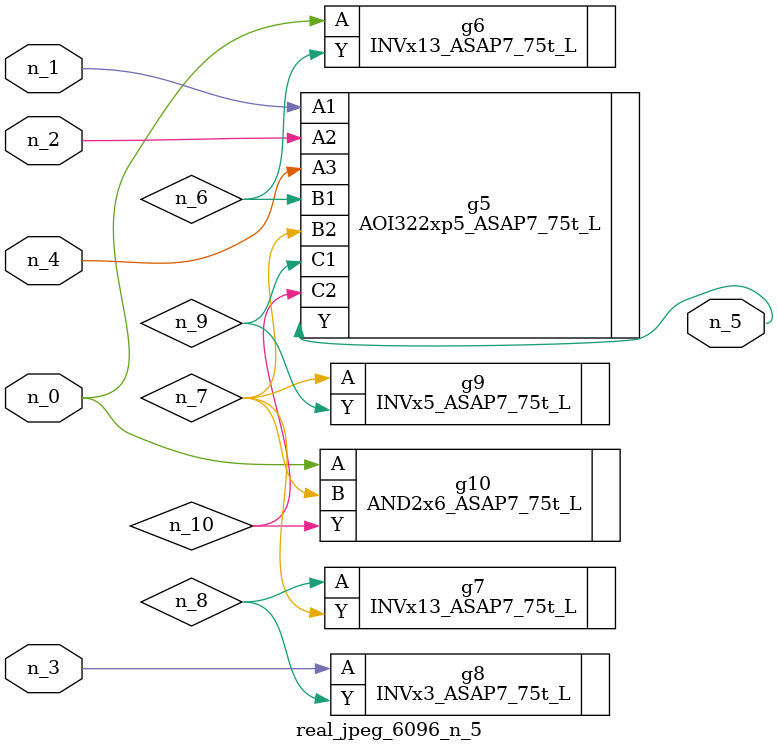
<source format=v>
module real_jpeg_6096_n_5 (n_4, n_0, n_1, n_2, n_3, n_5);

input n_4;
input n_0;
input n_1;
input n_2;
input n_3;

output n_5;

wire n_8;
wire n_6;
wire n_7;
wire n_10;
wire n_9;

INVx13_ASAP7_75t_L g6 ( 
.A(n_0),
.Y(n_6)
);

AND2x6_ASAP7_75t_L g10 ( 
.A(n_0),
.B(n_7),
.Y(n_10)
);

AOI322xp5_ASAP7_75t_L g5 ( 
.A1(n_1),
.A2(n_2),
.A3(n_4),
.B1(n_6),
.B2(n_7),
.C1(n_9),
.C2(n_10),
.Y(n_5)
);

INVx3_ASAP7_75t_L g8 ( 
.A(n_3),
.Y(n_8)
);

INVx5_ASAP7_75t_L g9 ( 
.A(n_7),
.Y(n_9)
);

INVx13_ASAP7_75t_L g7 ( 
.A(n_8),
.Y(n_7)
);


endmodule
</source>
